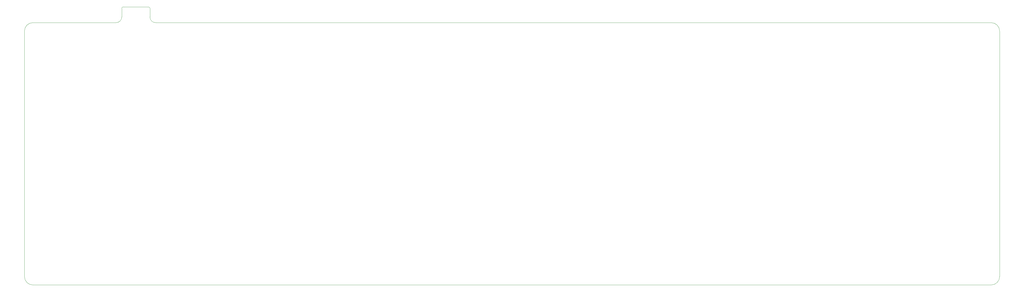
<source format=gbr>
%TF.GenerationSoftware,KiCad,Pcbnew,(5.99.0-11177-g6c67dfa032)*%
%TF.CreationDate,2021-09-17T12:13:23+03:00*%
%TF.ProjectId,SunsetterR2_Solder,53756e73-6574-4746-9572-52325f536f6c,rev?*%
%TF.SameCoordinates,Original*%
%TF.FileFunction,Profile,NP*%
%FSLAX46Y46*%
G04 Gerber Fmt 4.6, Leading zero omitted, Abs format (unit mm)*
G04 Created by KiCad (PCBNEW (5.99.0-11177-g6c67dfa032)) date 2021-09-17 12:13:23*
%MOMM*%
%LPD*%
G01*
G04 APERTURE LIST*
%TA.AperFunction,Profile*%
%ADD10C,0.050000*%
%TD*%
G04 APERTURE END LIST*
D10*
X372237540Y-122823780D02*
G75*
G03*
X375237540Y-119823780I0J3000000D01*
G01*
X74056290Y-24473780D02*
X74056290Y-27573780D01*
X64556290Y-23973780D02*
G75*
G03*
X64056290Y-24473780I0J-500000D01*
G01*
X32575040Y-122823780D02*
X372237540Y-122823780D01*
X64556290Y-23973780D02*
X73556290Y-23973780D01*
X32575040Y-29573780D02*
G75*
G03*
X29575040Y-32573780I0J-3000000D01*
G01*
X372237540Y-29573780D02*
X76056290Y-29573780D01*
X29575040Y-32573780D02*
X29575040Y-119823780D01*
X74056290Y-27573780D02*
G75*
G03*
X76056290Y-29573780I2000000J0D01*
G01*
X375237540Y-119823780D02*
X375237540Y-32573780D01*
X62056290Y-29573780D02*
G75*
G03*
X64056290Y-27573780I0J2000000D01*
G01*
X74056290Y-24473780D02*
G75*
G03*
X73556290Y-23973780I-500000J0D01*
G01*
X375237540Y-32573780D02*
G75*
G03*
X372237540Y-29573780I-3000000J0D01*
G01*
X64056290Y-24473780D02*
X64056290Y-27573780D01*
X29575040Y-119823780D02*
G75*
G03*
X32575040Y-122823780I3000000J0D01*
G01*
X32575040Y-29573780D02*
X62056290Y-29573780D01*
M02*

</source>
